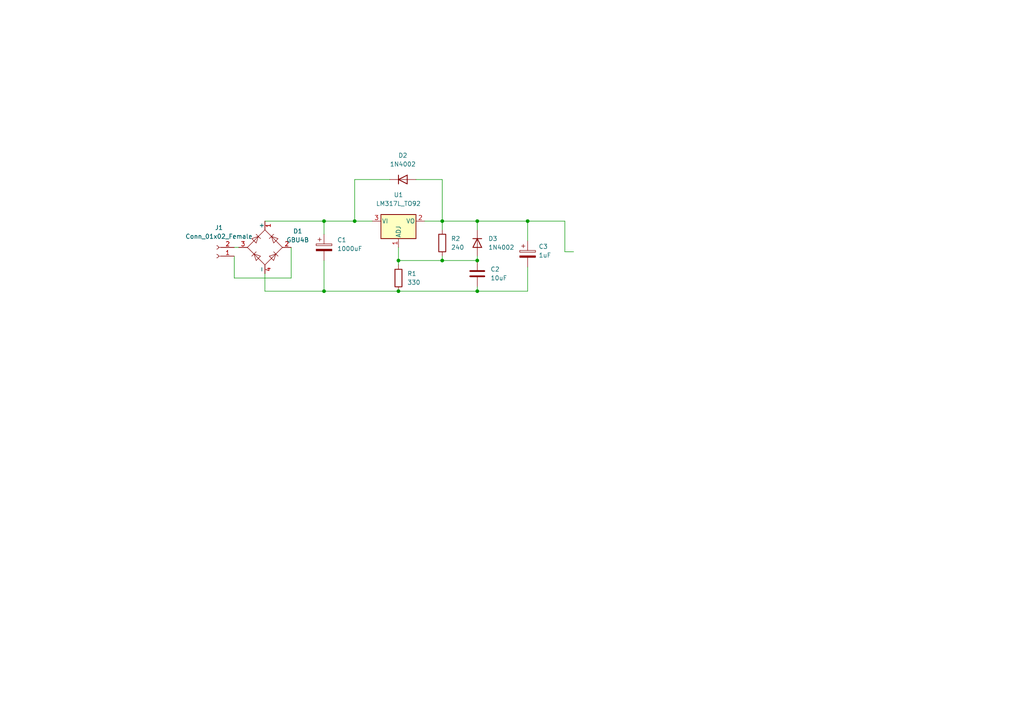
<source format=kicad_sch>
(kicad_sch (version 20211123) (generator eeschema)
  (paper "A4")
  (lib_symbols
    (symbol "Connector:Conn_01x02_Female" (pin_names (offset 1.016) hide)
      (property "Reference" "J" (at 0 2.54 0))
      (property "Value" "Conn_01x02_Female" (at 0 -5.08 0))
      (symbol "Conn_01x02_Female_1_1"
        (arc (start 0 -2.032) (mid -0.508 -2.54) (end 0 -3.048) (stroke (width 0.1524)))
        (polyline (pts (xy -1.27 -2.54) (xy -0.508 -2.54)) (stroke (width 0.1524)))
        (polyline (pts (xy -1.27 0) (xy -0.508 0)) (stroke (width 0.1524)))
        (arc (start 0 0.508) (mid -0.508 0) (end 0 -0.508) (stroke (width 0.1524)))
        (pin passive line (at -5.08 0 0) (length 3.81) (name "Pin_1") (number "1"))
        (pin passive line (at -5.08 -2.54 0) (length 3.81) (name "Pin_2") (number "2"))
      )
    )
    (symbol "Device:C" (pin_numbers hide) (pin_names (offset 0.254))
      (property "Reference" "C" (at 0.635 2.54 0))
      (property "Value" "C" (at 0.635 -2.54 0))
      (symbol "C_0_1"
        (polyline (pts (xy -2.032 -0.762) (xy 2.032 -0.762)) (stroke (width 0.508)))
        (polyline (pts (xy -2.032 0.762) (xy 2.032 0.762)) (stroke (width 0.508)))
      )
      (symbol "C_1_1"
        (pin passive line (at 0 3.81 270) (length 2.794) (name "~") (number "1"))
        (pin passive line (at 0 -3.81 90) (length 2.794) (name "~") (number "2"))
      )
    )
    (symbol "Device:C_Polarized" (pin_numbers hide) (pin_names (offset 0.254))
      (property "Reference" "C" (at 0.635 2.54 0))
      (property "Value" "C_Polarized" (at 0.635 -2.54 0))
      (symbol "C_Polarized_0_1"
        (rectangle (start -2.286 0.508) (end 2.286 1.016))
        (polyline (pts (xy -1.778 2.286) (xy -0.762 2.286)))
        (polyline (pts (xy -1.27 2.794) (xy -1.27 1.778)))
        (rectangle (start 2.286 -0.508) (end -2.286 -1.016) (fill (type outline)))
      )
      (symbol "C_Polarized_1_1"
        (pin passive line (at 0 3.81 270) (length 2.794) (name "~") (number "1"))
        (pin passive line (at 0 -3.81 90) (length 2.794) (name "~") (number "2"))
      )
    )
    (symbol "Device:R" (pin_numbers hide) (pin_names (offset 0))
      (property "Reference" "R" (at 2.032 0 90))
      (property "Value" "R" (at 0 0 90))
      (symbol "R_0_1"
        (rectangle (start -1.016 -2.54) (end 1.016 2.54) (stroke (width 0.254)))
      )
      (symbol "R_1_1"
        (pin passive line (at 0 3.81 270) (length 1.27) (name "~") (number "1"))
        (pin passive line (at 0 -3.81 90) (length 1.27) (name "~") (number "2"))
      )
    )
    (symbol "Diode:1N4002" (pin_numbers hide) (pin_names (offset 1.016) hide)
      (property "Reference" "D" (at 0 2.54 0))
      (property "Value" "1N4002" (at 0 -2.54 0))
      (symbol "1N4002_0_1"
        (polyline (pts (xy -1.27 1.27) (xy -1.27 -1.27)) (stroke (width 0.254)))
        (polyline (pts (xy 1.27 0) (xy -1.27 0)))
        (polyline (pts (xy 1.27 1.27) (xy 1.27 -1.27) (xy -1.27 0) (xy 1.27 1.27)) (stroke (width 0.254)))
      )
      (symbol "1N4002_1_1"
        (pin passive line (at -3.81 0 0) (length 2.54) (name "K") (number "1"))
        (pin passive line (at 3.81 0 180) (length 2.54) (name "A") (number "2"))
      )
    )
    (symbol "Diode_Bridge:GBU4B" (pin_names (offset 0))
      (property "Reference" "D" (at 2.54 6.985 0))
      (property "Value" "GBU4B" (at 2.54 5.08 0))
      (symbol "GBU4B_0_1"
        (polyline (pts (xy -2.54 3.81) (xy -1.27 2.54)))
        (polyline (pts (xy -1.27 -2.54) (xy -2.54 -3.81)))
        (polyline (pts (xy 2.54 -1.27) (xy 3.81 -2.54)))
        (polyline (pts (xy 2.54 1.27) (xy 3.81 2.54)))
        (polyline (pts (xy -3.81 2.54) (xy -2.54 1.27) (xy -1.905 3.175) (xy -3.81 2.54)))
        (polyline (pts (xy -2.54 -1.27) (xy -3.81 -2.54) (xy -1.905 -3.175) (xy -2.54 -1.27)))
        (polyline (pts (xy 1.27 2.54) (xy 2.54 3.81) (xy 3.175 1.905) (xy 1.27 2.54)))
        (polyline (pts (xy 3.175 -1.905) (xy 1.27 -2.54) (xy 2.54 -3.81) (xy 3.175 -1.905)))
        (polyline (pts (xy -5.08 0) (xy 0 -5.08) (xy 5.08 0) (xy 0 5.08) (xy -5.08 0)))
      )
      (symbol "GBU4B_1_1"
        (pin passive line (at 7.62 0 180) (length 2.54) (name "+") (number "1"))
        (pin passive line (at 0 -7.62 90) (length 2.54) (name "~") (number "2"))
        (pin passive line (at 0 7.62 270) (length 2.54) (name "~") (number "3"))
        (pin passive line (at -7.62 0 0) (length 2.54) (name "-") (number "4"))
      )
    )
    (symbol "Regulator_Linear:LM317L_TO92" (pin_names (offset 0.254))
      (property "Reference" "U" (at -3.81 3.175 0))
      (property "Value" "LM317L_TO92" (at 0 3.175 0))
      (symbol "LM317L_TO92_0_1"
        (rectangle (start -5.08 1.905) (end 5.08 -5.08) (stroke (width 0.254)) (fill (type background)))
      )
      (symbol "LM317L_TO92_1_1"
        (pin input line (at 0 -7.62 90) (length 2.54) (name "ADJ") (number "1"))
        (pin power_out line (at 7.62 0 180) (length 2.54) (name "VO") (number "2"))
        (pin power_in line (at -7.62 0 0) (length 2.54) (name "VI") (number "3"))
      )
    )
  )
  (junction (at 128.27 64.135))
  (junction (at 93.98 84.455))
  (junction (at 128.27 75.565))
  (junction (at 153.035 64.135))
  (junction (at 138.43 64.135))
  (junction (at 115.57 84.455))
  (junction (at 115.57 75.565))
  (junction (at 102.87 64.135))
  (junction (at 138.43 84.455))
  (junction (at 93.98 64.135))
  (junction (at 138.43 75.565))
  (wire (pts (xy 153.035 64.135) (xy 138.43 64.135)))
  (wire (pts (xy 128.27 64.135) (xy 128.27 52.07)))
  (wire (pts (xy 84.455 71.755) (xy 84.455 80.645)))
  (wire (pts (xy 138.43 66.675) (xy 138.43 64.135)))
  (wire (pts (xy 113.03 52.07) (xy 102.87 52.07)))
  (wire (pts (xy 123.19 64.135) (xy 128.27 64.135)))
  (wire (pts (xy 76.835 84.455) (xy 76.835 79.375)))
  (wire (pts (xy 115.57 75.565) (xy 115.57 76.835)))
  (wire (pts (xy 102.87 64.135) (xy 107.95 64.135)))
  (wire (pts (xy 69.215 71.755) (xy 67.945 71.755)))
  (wire (pts (xy 115.57 75.565) (xy 128.27 75.565)))
  (wire (pts (xy 128.27 74.295) (xy 128.27 75.565)))
  (wire (pts (xy 153.035 77.47) (xy 153.035 84.455)))
  (wire (pts (xy 67.945 80.645) (xy 67.945 74.295)))
  (wire (pts (xy 153.035 69.85) (xy 153.035 64.135)))
  (wire (pts (xy 138.43 83.185) (xy 138.43 84.455)))
  (wire (pts (xy 93.98 67.945) (xy 93.98 64.135)))
  (wire (pts (xy 163.83 64.135) (xy 153.035 64.135)))
  (wire (pts (xy 128.27 75.565) (xy 138.43 75.565)))
  (wire (pts (xy 115.57 84.455) (xy 93.98 84.455)))
  (wire (pts (xy 93.98 64.135) (xy 76.835 64.135)))
  (wire (pts (xy 102.87 52.07) (xy 102.87 64.135)))
  (wire (pts (xy 115.57 71.755) (xy 115.57 75.565)))
  (wire (pts (xy 128.27 52.07) (xy 120.65 52.07)))
  (wire (pts (xy 93.98 84.455) (xy 76.835 84.455)))
  (wire (pts (xy 138.43 74.295) (xy 138.43 75.565)))
  (wire (pts (xy 166.37 73.025) (xy 163.83 73.025)))
  (wire (pts (xy 138.43 64.135) (xy 128.27 64.135)))
  (wire (pts (xy 153.035 84.455) (xy 138.43 84.455)))
  (wire (pts (xy 93.98 64.135) (xy 102.87 64.135)))
  (wire (pts (xy 84.455 80.645) (xy 67.945 80.645)))
  (wire (pts (xy 138.43 84.455) (xy 115.57 84.455)))
  (wire (pts (xy 163.83 73.025) (xy 163.83 64.135)))
  (wire (pts (xy 93.98 75.565) (xy 93.98 84.455)))
  (wire (pts (xy 128.27 64.135) (xy 128.27 66.675)))
  (symbol (lib_id "Device:R") (at 128.27 70.485 0) (unit 1)
    (property "Reference" "R2" (at 130.81 69.2149 0) (effects (justify left)))
    (property "Value" "240" (at 130.81 71.7549 0) (effects (justify left)))
    (property "Footprint" "Resistor_THT:R_Axial_DIN0204_L3.6mm_D1.6mm_P1.90mm_Vertical" (effects hide))
  )
  (symbol (lib_id "Device:C") (at 138.43 79.375 0) (unit 1)
    (property "Reference" "C2" (at 142.24 78.1049 0) (effects (justify left)))
    (property "Value" "10uF" (at 142.24 80.6449 0) (effects (justify left)))
    (property "Footprint" "Capacitor_THT:CP_Axial_L10.0mm_D4.5mm_P15.00mm_Horizontal" (effects hide))
  )
  (symbol (lib_id "Connector:Conn_01x02_Female") (at 62.865 74.295 180) (unit 1)
    (property "Reference" "J1" (at 63.5 66.04 0))
    (property "Value" "Conn_01x02_Female" (at 63.5 68.58 0))
    (property "Footprint" "Resistor_THT:R_Axial_DIN0204_L3.6mm_D1.6mm_P1.90mm_Vertical" (effects hide))
  )
  (symbol (lib_id "Diode:1N4002") (at 116.84 52.07 0) (unit 1)
    (property "Reference" "D2" (at 116.84 45.085 0))
    (property "Value" "1N4002" (at 116.84 47.625 0))
    (property "Footprint" "Diode_THT:D_T-1_P5.08mm_Horizontal" (effects hide))
    (property "Datasheet" "http://www.vishay.com/docs/88503/1n4001.pdf" (effects hide))
  )
  (symbol (lib_id "Device:R") (at 115.57 80.645 0) (unit 1)
    (property "Reference" "R1" (at 118.11 79.3749 0) (effects (justify left)))
    (property "Value" "330" (at 118.11 81.9149 0) (effects (justify left)))
    (property "Footprint" "Resistor_THT:R_Axial_DIN0204_L3.6mm_D1.6mm_P1.90mm_Vertical" (effects hide))
  )
  (symbol (lib_id "Device:C_Polarized") (at 153.035 73.66 0) (unit 1)
    (property "Reference" "C3" (at 156.21 71.5009 0) (effects (justify left)))
    (property "Value" "1uF" (at 156.21 74.0409 0) (effects (justify left)))
    (property "Footprint" "Capacitor_THT:C_Axial_L3.8mm_D2.6mm_P7.50mm_Horizontal" (effects hide))
  )
  (symbol (lib_id "Regulator_Linear:LM317L_TO92") (at 115.57 64.135 0) (unit 1)
    (property "Reference" "U1" (at 115.57 56.515 0))
    (property "Value" "LM317L_TO92" (at 115.57 59.055 0))
    (property "Footprint" "Package_TO_SOT_THT:TO-92_Inline" (effects hide))
    (property "Datasheet" "http://www.ti.com/lit/ds/snvs775k/snvs775k.pdf" (effects hide))
  )
  (symbol (lib_id "Diode_Bridge:GBU4B") (at 76.835 71.755 90) (unit 1)
    (property "Reference" "D1" (at 86.36 67.056 90))
    (property "Value" "GBU4B" (at 86.36 69.596 90))
    (property "Footprint" "Diode_THT:Diode_Bridge_Vishay_GBU" (effects hide))
    (property "Datasheet" "http://www.vishay.com/docs/88656/gbu4a.pdf" (effects hide))
  )
  (symbol (lib_id "Diode:1N4002") (at 138.43 70.485 270) (unit 1)
    (property "Reference" "D3" (at 141.605 69.2149 90) (effects (justify left)))
    (property "Value" "1N4002" (at 141.605 71.7549 90) (effects (justify left)))
    (property "Footprint" "Diode_THT:D_DO-41_SOD81_P10.16mm_Horizontal" (effects hide))
    (property "Datasheet" "http://www.vishay.com/docs/88503/1n4001.pdf" (effects hide))
  )
  (symbol (lib_id "Device:C_Polarized") (at 93.98 71.755 0) (unit 1)
    (property "Reference" "C1" (at 97.79 69.5959 0) (effects (justify left)))
    (property "Value" "1000uF" (at 97.79 72.1359 0) (effects (justify left)))
    (property "Footprint" "Capacitor_THT:CP_Axial_L10.0mm_D4.5mm_P15.00mm_Horizontal" (effects hide))
  )
)
</source>
